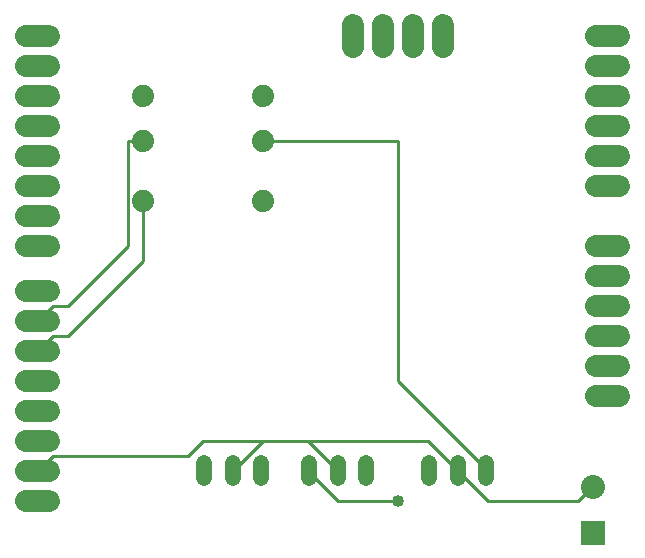
<source format=gbl>
G75*
G70*
%OFA0B0*%
%FSLAX24Y24*%
%IPPOS*%
%LPD*%
%AMOC8*
5,1,8,0,0,1.08239X$1,22.5*
%
%ADD10C,0.0520*%
%ADD11C,0.0740*%
%ADD12C,0.0740*%
%ADD13R,0.0800X0.0800*%
%ADD14C,0.0800*%
%ADD15C,0.0100*%
%ADD16C,0.0400*%
D10*
X007072Y013004D02*
X007072Y013524D01*
X008010Y013524D02*
X008010Y013004D01*
X008947Y013004D02*
X008947Y013524D01*
X010572Y013524D02*
X010572Y013004D01*
X011510Y013004D02*
X011510Y013524D01*
X012447Y013524D02*
X012447Y013004D01*
X014572Y013004D02*
X014572Y013524D01*
X015510Y013524D02*
X015510Y013004D01*
X016447Y013004D02*
X016447Y013524D01*
D11*
X001880Y012264D02*
X001140Y012264D01*
X001140Y013264D02*
X001880Y013264D01*
X001880Y014264D02*
X001140Y014264D01*
X001140Y015264D02*
X001880Y015264D01*
X001880Y016264D02*
X001140Y016264D01*
X001140Y017264D02*
X001880Y017264D01*
X001880Y018264D02*
X001140Y018264D01*
X001140Y019264D02*
X001880Y019264D01*
X001880Y020764D02*
X001140Y020764D01*
X001140Y021764D02*
X001880Y021764D01*
X001880Y022764D02*
X001140Y022764D01*
X001140Y023764D02*
X001880Y023764D01*
X001880Y024764D02*
X001140Y024764D01*
X001140Y025764D02*
X001880Y025764D01*
X001880Y026764D02*
X001140Y026764D01*
X001140Y027764D02*
X001880Y027764D01*
X012010Y027394D02*
X012010Y028134D01*
X013010Y028134D02*
X013010Y027394D01*
X014010Y027394D02*
X014010Y028134D01*
X015010Y028134D02*
X015010Y027394D01*
X020140Y027764D02*
X020880Y027764D01*
X020880Y026764D02*
X020140Y026764D01*
X020140Y025764D02*
X020880Y025764D01*
X020880Y024764D02*
X020140Y024764D01*
X020140Y023764D02*
X020880Y023764D01*
X020880Y022764D02*
X020140Y022764D01*
X020140Y020764D02*
X020880Y020764D01*
X020880Y019764D02*
X020140Y019764D01*
X020140Y018764D02*
X020880Y018764D01*
X020880Y017764D02*
X020140Y017764D01*
X020140Y016764D02*
X020880Y016764D01*
X020880Y015764D02*
X020140Y015764D01*
D12*
X009010Y022264D03*
X009010Y024264D03*
X009010Y025764D03*
X005010Y025764D03*
X005010Y024264D03*
X005010Y022264D03*
D13*
X020010Y011194D03*
D14*
X020010Y012712D03*
D15*
X020010Y012764D01*
X019510Y012264D01*
X016510Y012264D01*
X015510Y013264D01*
X014510Y014264D01*
X010510Y014264D01*
X011510Y013264D01*
X011510Y012264D02*
X013510Y012264D01*
X011510Y012264D02*
X010510Y013264D01*
X010572Y013264D01*
X010510Y014264D02*
X009010Y014264D01*
X007010Y014264D01*
X006510Y013764D01*
X002010Y013764D01*
X001510Y013264D01*
X001510Y017264D02*
X002010Y017764D01*
X002510Y017764D01*
X005010Y020264D01*
X005010Y022264D01*
X004510Y020764D02*
X004510Y024264D01*
X005010Y024264D01*
X004510Y020764D02*
X002510Y018764D01*
X002010Y018764D01*
X001510Y018264D01*
X008010Y013264D02*
X009010Y014264D01*
X013510Y016264D02*
X013510Y024264D01*
X009010Y024264D01*
X013510Y016264D02*
X016510Y013264D01*
X016447Y013264D01*
D16*
X013510Y012264D03*
M02*

</source>
